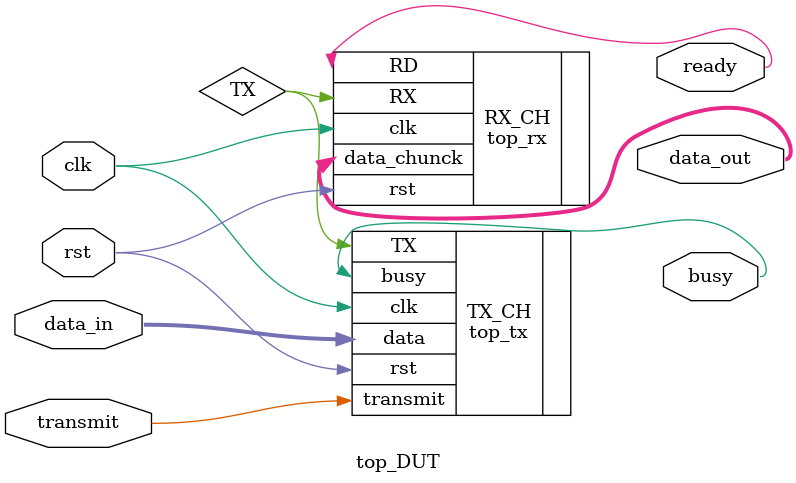
<source format=v>
`timescale 1ns / 1ps



          

module top_DUT #(//parametri legati ai dati da trasmettere
                 parameter DATA_BW=8,     //dimensione dato da trasmettere
                 parameter DATA_BW_BIT=4, /*ampiezza in bit contatore per i dati     da trasmettere*/
                 //parametri legati alla velocità di trasmissione
                 parameter BAUD_RATE=9600,   //baud rate: 9600bps 
                 parameter BAUD_COUNT=10416, /*contatore per generare enable baud rate: frequenza (100MHz)/baud_rate*/
                 parameter BAUD_BIT=14,      /*ampiezza in bit contatore baud rate*/
                 //parametri legati alla velocità di ricezione 
                 parameter BAUD_COUNT_x16=651,  /*contatore per generare enable baud rate sovracampionato: frequenza (100MHz)/(baud_rate*over_sampl)*/
                 parameter BAUD_BIT_x16=10,     /*ampiezza in bit contatore baud rate sovra campionato*/
                 //oversamplig rate
                 parameter OVER_SAMPL=16,       //fattore di sovracampionamento
                 parameter OVER_SAMPL_BIT=5     /*ampiezza in bit per la definizione del sovra campionamento*/
                )(
                  input wire clk, rst,     //segnali di controllo generali
                 //interfaccia con il produttore: trasmissione
                 input wire transmit,              /*produttore-UART: dato valido (transmit=1)*/
                 input wire [DATA_BW-1:0] data_in, /*produttore-UART: dato da trasmettere*/
                 output wire busy,                 /*UART-produttore: trasmissione in corso (busy=1)*/
                 //interfaccia con il produttore: ricezione
                 output wire [DATA_BW-1:0] data_out, /*UART-produttore: dato ricevuto*/
                 output wire ready                   /*UART-produttore: dato valido (ready=1)*/
    );

wire TX;
   
top_tx #(.DATA_BW(DATA_BW),.DATA_BW_BIT(DATA_BW_BIT),.BAUD_RATE(BAUD_RATE),.BAUD_COUNT(BAUD_COUNT), .BAUD_BIT(BAUD_BIT)) 
        TX_CH(.clk(clk), .rst(rst), .transmit(transmit),.data(data_in),.TX(TX),.busy(busy));
 
top_rx #(.DATA_BW(DATA_BW),.DATA_BW_BIT(DATA_BW_BIT),.BAUD_COUNT_x16(BAUD_COUNT_x16), .BAUD_BIT_x16(BAUD_BIT_x16), .OVER_SAMPL(OVER_SAMPL),.OVER_SAMPL_BIT(OVER_SAMPL_BIT)) 
                RX_CH(.clk(clk), .rst(rst), .RX(TX), .RD(ready),.data_chunck(data_out));

endmodule

</source>
